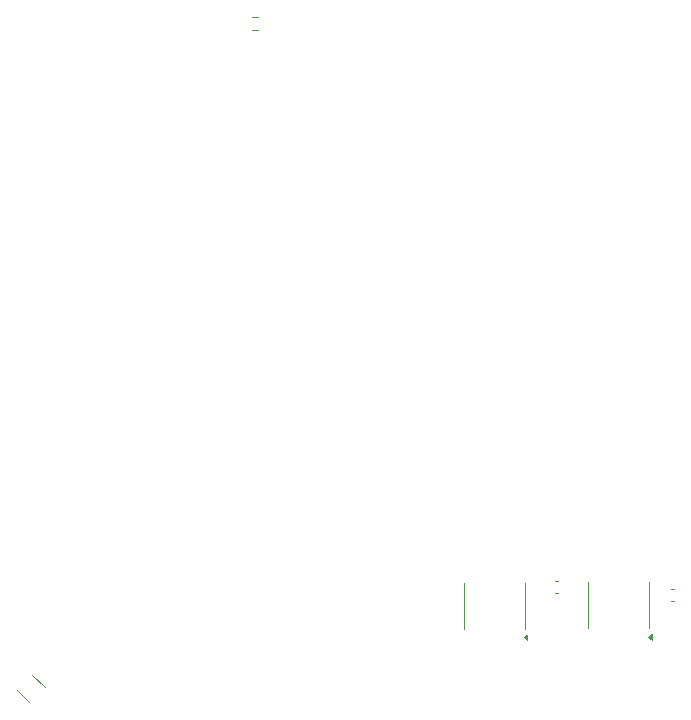
<source format=gbr>
%TF.GenerationSoftware,KiCad,Pcbnew,9.0.1*%
%TF.CreationDate,2025-07-10T18:56:07-03:00*%
%TF.ProjectId,main_MagicAlonso-rounded,6d61696e-5f4d-4616-9769-63416c6f6e73,rev?*%
%TF.SameCoordinates,PXb76920PY11322920*%
%TF.FileFunction,Legend,Bot*%
%TF.FilePolarity,Positive*%
%FSLAX46Y46*%
G04 Gerber Fmt 4.6, Leading zero omitted, Abs format (unit mm)*
G04 Created by KiCad (PCBNEW 9.0.1) date 2025-07-10 18:56:07*
%MOMM*%
%LPD*%
G01*
G04 APERTURE LIST*
%ADD10C,0.120000*%
G04 APERTURE END LIST*
D10*
%TO.C,C6*%
X102030580Y63670000D02*
X101749420Y63670000D01*
X102030580Y62650000D02*
X101749420Y62650000D01*
%TO.C,C5*%
X111820580Y62960000D02*
X111539420Y62960000D01*
X111820580Y61940000D02*
X111539420Y61940000D01*
%TO.C,R3*%
X76142742Y111372500D02*
X76617258Y111372500D01*
X76142742Y110327500D02*
X76617258Y110327500D01*
%TO.C,U3*%
X94070000Y61565000D02*
X94070000Y63515000D01*
X94070000Y61565000D02*
X94070000Y59615000D01*
X99190000Y61565000D02*
X99190000Y63515000D01*
X99190000Y61565000D02*
X99190000Y59615000D01*
X99425000Y58625000D02*
X99095000Y58865000D01*
X99425000Y59105000D01*
X99425000Y58625000D01*
G36*
X99425000Y58625000D02*
G01*
X99095000Y58865000D01*
X99425000Y59105000D01*
X99425000Y58625000D01*
G37*
%TO.C,REF\u002A\u002A*%
X57250645Y53392421D02*
X56222421Y54420645D01*
X58537579Y54679355D02*
X57509355Y55707579D01*
%TO.C,U2*%
X104580000Y61605000D02*
X104580000Y63555000D01*
X104580000Y61605000D02*
X104580000Y59655000D01*
X109700000Y61605000D02*
X109700000Y63555000D01*
X109700000Y61605000D02*
X109700000Y59655000D01*
X109935000Y58665000D02*
X109605000Y58905000D01*
X109935000Y59145000D01*
X109935000Y58665000D01*
G36*
X109935000Y58665000D02*
G01*
X109605000Y58905000D01*
X109935000Y59145000D01*
X109935000Y58665000D01*
G37*
%TD*%
M02*

</source>
